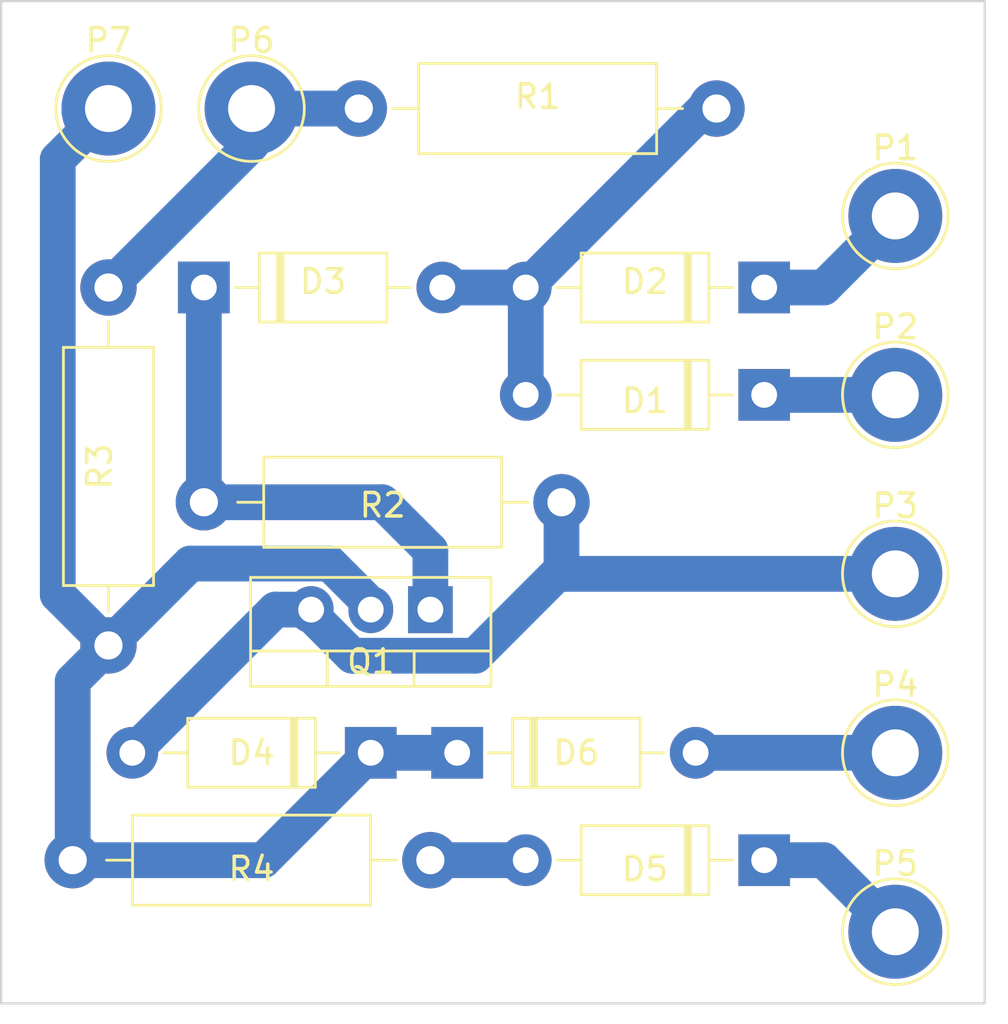
<source format=kicad_pcb>
(kicad_pcb (version 20211014) (generator pcbnew)
  (layers (0 "F.Cu" signal) (31 "B.Cu" signal) (34 "B.Paste" user) (35 "F.Paste" user) (36 "B.SilkS" user "B.Silkscreen") (37 "F.SilkS" user "F.Silkscreen") (38 "B.Mask" user) (39 "F.Mask" user) (44 "Edge.Cuts" user))
  (net 0 "")
  (net 1 "Net-(D1-Pad1)")
  (net 2 "Net-(D1-Pad2)")
  (net 3 "Net-(D2-Pad1)")
  (net 4 "Net-(D3-Pad1)")
  (net 5 "Net-(D4-Pad2)")
  (net 6 "Net-(D5-Pad1)")
  (net 7 "Net-(D5-Pad2)")
  (net 8 "Net-(D6-Pad2)")
  (net 9 "Net-(P6-Pad1)")
  (net 10 "Net-(D4-Pad1)")
  (footprint "Resistor_THT:R_Axial_DIN0411_L9.9mm_D3.6mm_P15.24mm_Horizontal" (layer "F.Cu") (at 100.584 56.388)
    (fp_text reference "R1" (at 7.62 -0.508) (layer "F.SilkS"))
    (fp_text value "1K")
    (fp_line (start 12.69 -1.92) (end 2.55 -1.92) (layer "F.SilkS") (width 0.12))
    (fp_line (start 13.8 0) (end 12.69 0) (layer "F.SilkS") (width 0.12))
    (fp_line (start 12.69 1.92) (end 12.69 -1.92) (layer "F.SilkS") (width 0.12))
    (fp_line (start 2.55 -1.92) (end 2.55 1.92) (layer "F.SilkS") (width 0.12))
    (fp_line (start 2.55 1.92) (end 12.69 1.92) (layer "F.SilkS") (width 0.12))
    (fp_line (start 1.44 0) (end 2.55 0) (layer "F.SilkS") (width 0.12))
    (pad "1" thru_hole circle (at 0 0) (size 2.4 2.4) (drill 1.2) (layers *.Cu *.Mask) (net 9 "Net-(P6-Pad1)"))
    (pad "2" thru_hole oval (at 15.24 0) (size 2.4 2.4) (drill 1.2) (layers *.Cu *.Mask) (net 2 "Net-(D1-Pad2)"))
  )
  (footprint "Package_TO_SOT_THT:TO-220-3_Vertical" (layer "F.Cu") (at 103.632 77.724 180)
    (fp_text reference "Q1" (at 2.54 -2.215) (layer "F.SilkS"))
    (fp_text value "IRF540N")
    (fp_line (start -2.58 -3.27) (end 7.66 -3.27) (layer "F.SilkS") (width 0.12))
    (fp_line (start 4.391 -3.27) (end 4.391 -1.76) (layer "F.SilkS") (width 0.12))
    (fp_line (start 7.66 -3.27) (end 7.66 1.371) (layer "F.SilkS") (width 0.12))
    (fp_line (start -2.58 -1.76) (end 7.66 -1.76) (layer "F.SilkS") (width 0.12))
    (fp_line (start -2.58 1.371) (end 7.66 1.371) (layer "F.SilkS") (width 0.12))
    (fp_line (start 0.69 -3.27) (end 0.69 -1.76) (layer "F.SilkS") (width 0.12))
    (fp_line (start -2.58 -3.27) (end -2.58 1.371) (layer "F.SilkS") (width 0.12))
    (pad "1" thru_hole rect (at 0 0 180) (size 1.905 2) (drill 1.1) (layers *.Cu *.Mask) (net 4 "Net-(D3-Pad1)"))
    (pad "2" thru_hole oval (at 2.54 0 180) (size 1.905 2) (drill 1.1) (layers *.Cu *.Mask) (net 10 "Net-(D4-Pad1)"))
    (pad "3" thru_hole oval (at 5.08 0 180) (size 1.905 2) (drill 1.1) (layers *.Cu *.Mask) (net 5 "Net-(D4-Pad2)"))
  )
  (footprint "Diode_THT:D_DO-41_SOD81_P10.16mm_Horizontal" (layer "F.Cu") (at 117.856 64.008 180)
    (fp_text reference "D2" (at 5.08 0.254) (layer "F.SilkS"))
    (fp_text value "1N4002")
    (fp_line (start 3.38 -1.47) (end 3.38 1.47) (layer "F.SilkS") (width 0.12))
    (fp_line (start 3.26 -1.47) (end 3.26 1.47) (layer "F.SilkS") (width 0.12))
    (fp_line (start 1.34 0) (end 2.36 0) (layer "F.SilkS") (width 0.12))
    (fp_line (start 7.8 1.47) (end 7.8 -1.47) (layer "F.SilkS") (width 0.12))
    (fp_line (start 2.36 -1.47) (end 2.36 1.47) (layer "F.SilkS") (width 0.12))
    (fp_line (start 7.8 -1.47) (end 2.36 -1.47) (layer "F.SilkS") (width 0.12))
    (fp_line (start 8.82 0) (end 7.8 0) (layer "F.SilkS") (width 0.12))
    (fp_line (start 2.36 1.47) (end 7.8 1.47) (layer "F.SilkS") (width 0.12))
    (fp_line (start 3.14 -1.47) (end 3.14 1.47) (layer "F.SilkS") (width 0.12))
    (pad "1" thru_hole rect (at 0 0 180) (size 2.2 2.2) (drill 1.1) (layers *.Cu *.Mask) (net 3 "Net-(D2-Pad1)"))
    (pad "2" thru_hole oval (at 10.16 0 180) (size 2.2 2.2) (drill 1.1) (layers *.Cu *.Mask) (net 2 "Net-(D1-Pad2)"))
  )
  (footprint "TestPoint:TestPoint_THTPad_D4.0mm_Drill2.0mm" (layer "F.Cu") (at 89.916 56.388)
    (fp_text reference "P7" (at 0 -2.898) (layer "F.SilkS"))
    (fp_text value "Starter")
    (fp_circle (center 0 0) (end 0 2.25) (layer "F.SilkS") (width 0.12) (fill none))
    (pad "1" thru_hole circle (at 0 0) (size 4 4) (drill 2) (layers *.Cu *.Mask) (net 10 "Net-(D4-Pad1)"))
  )
  (footprint "Resistor_THT:R_Axial_DIN0411_L9.9mm_D3.6mm_P15.24mm_Horizontal" (layer "F.Cu") (at 103.632 88.392 180)
    (fp_text reference "R4" (at 7.62 -0.381) (layer "F.SilkS"))
    (fp_text value "250")
    (fp_line (start 2.55 -1.92) (end 2.55 1.92) (layer "F.SilkS") (width 0.12))
    (fp_line (start 2.55 1.92) (end 12.69 1.92) (layer "F.SilkS") (width 0.12))
    (fp_line (start 1.44 0) (end 2.55 0) (layer "F.SilkS") (width 0.12))
    (fp_line (start 13.8 0) (end 12.69 0) (layer "F.SilkS") (width 0.12))
    (fp_line (start 12.69 -1.92) (end 2.55 -1.92) (layer "F.SilkS") (width 0.12))
    (fp_line (start 12.69 1.92) (end 12.69 -1.92) (layer "F.SilkS") (width 0.12))
    (pad "1" thru_hole circle (at 0 0 180) (size 2.4 2.4) (drill 1.2) (layers *.Cu *.Mask) (net 7 "Net-(D5-Pad2)"))
    (pad "2" thru_hole oval (at 15.24 0 180) (size 2.4 2.4) (drill 1.2) (layers *.Cu *.Mask) (net 10 "Net-(D4-Pad1)"))
  )
  (footprint "Resistor_THT:R_Axial_DIN0411_L9.9mm_D3.6mm_P15.24mm_Horizontal" (layer "F.Cu") (at 89.916 79.248 90)
    (fp_text reference "R3" (at 7.62 -0.381 90) (layer "F.SilkS"))
    (fp_text value "300")
    (fp_line (start 2.55 1.92) (end 12.69 1.92) (layer "F.SilkS") (width 0.12))
    (fp_line (start 12.69 -1.92) (end 2.55 -1.92) (layer "F.SilkS") (width 0.12))
    (fp_line (start 12.69 1.92) (end 12.69 -1.92) (layer "F.SilkS") (width 0.12))
    (fp_line (start 1.44 0) (end 2.55 0) (layer "F.SilkS") (width 0.12))
    (fp_line (start 2.55 -1.92) (end 2.55 1.92) (layer "F.SilkS") (width 0.12))
    (fp_line (start 13.8 0) (end 12.69 0) (layer "F.SilkS") (width 0.12))
    (pad "1" thru_hole circle (at 0 0 90) (size 2.4 2.4) (drill 1.2) (layers *.Cu *.Mask) (net 10 "Net-(D4-Pad1)"))
    (pad "2" thru_hole oval (at 15.24 0 90) (size 2.4 2.4) (drill 1.2) (layers *.Cu *.Mask) (net 9 "Net-(P6-Pad1)"))
  )
  (footprint "TestPoint:TestPoint_THTPad_D4.0mm_Drill2.0mm" (layer "F.Cu") (at 123.444 91.44)
    (fp_text reference "P5" (at 0 -2.898) (layer "F.SilkS"))
    (fp_text value "Green/Black")
    (fp_circle (center 0 0) (end 0 2.25) (layer "F.SilkS") (width 0.12) (fill none))
    (pad "1" thru_hole circle (at 0 0) (size 4 4) (drill 2) (layers *.Cu *.Mask) (net 6 "Net-(D5-Pad1)"))
  )
  (footprint "TestPoint:TestPoint_THTPad_D4.0mm_Drill2.0mm" (layer "F.Cu") (at 123.444 60.96)
    (fp_text reference "P1" (at 0 -2.898) (layer "F.SilkS"))
    (fp_text value "1")
    (fp_circle (center 0 0) (end 0 2.25) (layer "F.SilkS") (width 0.12) (fill none))
    (pad "1" thru_hole circle (at 0 0) (size 4 4) (drill 2) (layers *.Cu *.Mask) (net 3 "Net-(D2-Pad1)"))
  )
  (footprint "Diode_THT:D_DO-41_SOD81_P10.16mm_Horizontal" (layer "F.Cu") (at 93.98 64.008)
    (fp_text reference "D3" (at 5.08 -0.254) (layer "F.SilkS"))
    (fp_text value "1N4002")
    (fp_line (start 2.36 1.47) (end 7.8 1.47) (layer "F.SilkS") (width 0.12))
    (fp_line (start 7.8 -1.47) (end 2.36 -1.47) (layer "F.SilkS") (width 0.12))
    (fp_line (start 1.34 0) (end 2.36 0) (layer "F.SilkS") (width 0.12))
    (fp_line (start 3.14 -1.47) (end 3.14 1.47) (layer "F.SilkS") (width 0.12))
    (fp_line (start 3.38 -1.47) (end 3.38 1.47) (layer "F.SilkS") (width 0.12))
    (fp_line (start 3.26 -1.47) (end 3.26 1.47) (layer "F.SilkS") (width 0.12))
    (fp_line (start 2.36 -1.47) (end 2.36 1.47) (layer "F.SilkS") (width 0.12))
    (fp_line (start 7.8 1.47) (end 7.8 -1.47) (layer "F.SilkS") (width 0.12))
    (fp_line (start 8.82 0) (end 7.8 0) (layer "F.SilkS") (width 0.12))
    (pad "1" thru_hole rect (at 0 0) (size 2.2 2.2) (drill 1.1) (layers *.Cu *.Mask) (net 4 "Net-(D3-Pad1)"))
    (pad "2" thru_hole oval (at 10.16 0) (size 2.2 2.2) (drill 1.1) (layers *.Cu *.Mask) (net 2 "Net-(D1-Pad2)"))
  )
  (footprint "Resistor_THT:R_Axial_DIN0411_L9.9mm_D3.6mm_P15.24mm_Horizontal" (layer "F.Cu") (at 109.22 73.152 180)
    (fp_text reference "R2" (at 7.62 -0.127) (layer "F.SilkS"))
    (fp_text value "10K")
    (fp_line (start 1.44 0) (end 2.55 0) (layer "F.SilkS") (width 0.12))
    (fp_line (start 12.69 -1.92) (end 2.55 -1.92) (layer "F.SilkS") (width 0.12))
    (fp_line (start 13.8 0) (end 12.69 0) (layer "F.SilkS") (width 0.12))
    (fp_line (start 2.55 -1.92) (end 2.55 1.92) (layer "F.SilkS") (width 0.12))
    (fp_line (start 12.69 1.92) (end 12.69 -1.92) (layer "F.SilkS") (width 0.12))
    (fp_line (start 2.55 1.92) (end 12.69 1.92) (layer "F.SilkS") (width 0.12))
    (pad "1" thru_hole circle (at 0 0 180) (size 2.4 2.4) (drill 1.2) (layers *.Cu *.Mask) (net 5 "Net-(D4-Pad2)"))
    (pad "2" thru_hole oval (at 15.24 0 180) (size 2.4 2.4) (drill 1.2) (layers *.Cu *.Mask) (net 4 "Net-(D3-Pad1)"))
  )
  (footprint "Diode_THT:D_DO-41_SOD81_P10.16mm_Horizontal" (layer "F.Cu") (at 117.856 88.392 180)
    (fp_text reference "D5" (at 5.08 -0.381) (layer "F.SilkS"))
    (fp_text value "1N4002")
    (fp_line (start 2.36 1.47) (end 7.8 1.47) (layer "F.SilkS") (width 0.12))
    (fp_line (start 8.82 0) (end 7.8 0) (layer "F.SilkS") (width 0.12))
    (fp_line (start 3.38 -1.47) (end 3.38 1.47) (layer "F.SilkS") (width 0.12))
    (fp_line (start 7.8 -1.47) (end 2.36 -1.47) (layer "F.SilkS") (width 0.12))
    (fp_line (start 3.26 -1.47) (end 3.26 1.47) (layer "F.SilkS") (width 0.12))
    (fp_line (start 7.8 1.47) (end 7.8 -1.47) (layer "F.SilkS") (width 0.12))
    (fp_line (start 1.34 0) (end 2.36 0) (layer "F.SilkS") (width 0.12))
    (fp_line (start 3.14 -1.47) (end 3.14 1.47) (layer "F.SilkS") (width 0.12))
    (fp_line (start 2.36 -1.47) (end 2.36 1.47) (layer "F.SilkS") (width 0.12))
    (pad "1" thru_hole rect (at 0 0 180) (size 2.2 2.2) (drill 1.1) (layers *.Cu *.Mask) (net 6 "Net-(D5-Pad1)"))
    (pad "2" thru_hole oval (at 10.16 0 180) (size 2.2 2.2) (drill 1.1) (layers *.Cu *.Mask) (net 7 "Net-(D5-Pad2)"))
  )
  (footprint "TestPoint:TestPoint_THTPad_D4.0mm_Drill2.0mm" (layer "F.Cu") (at 123.444 76.2)
    (fp_text reference "P3" (at 0 -2.898) (layer "F.SilkS"))
    (fp_text value "Green")
    (fp_circle (center 0 0) (end 0 2.25) (layer "F.SilkS") (width 0.12) (fill none))
    (pad "1" thru_hole circle (at 0 0) (size 4 4) (drill 2) (layers *.Cu *.Mask) (net 5 "Net-(D4-Pad2)"))
  )
  (footprint "Diode_THT:D_DO-41_SOD81_P10.16mm_Horizontal" (layer "F.Cu") (at 101.092 83.82 180)
    (fp_text reference "D4" (at 5.08 0) (layer "F.SilkS"))
    (fp_text value "1N4002")
    (fp_line (start 8.82 0) (end 7.8 0) (layer "F.SilkS") (width 0.12))
    (fp_line (start 1.34 0) (end 2.36 0) (layer "F.SilkS") (width 0.12))
    (fp_line (start 3.26 -1.47) (end 3.26 1.47) (layer "F.SilkS") (width 0.12))
    (fp_line (start 7.8 -1.47) (end 2.36 -1.47) (layer "F.SilkS") (width 0.12))
    (fp_line (start 3.14 -1.47) (end 3.14 1.47) (layer "F.SilkS") (width 0.12))
    (fp_line (start 7.8 1.47) (end 7.8 -1.47) (layer "F.SilkS") (width 0.12))
    (fp_line (start 3.38 -1.47) (end 3.38 1.47) (layer "F.SilkS") (width 0.12))
    (fp_line (start 2.36 -1.47) (end 2.36 1.47) (layer "F.SilkS") (width 0.12))
    (fp_line (start 2.36 1.47) (end 7.8 1.47) (layer "F.SilkS") (width 0.12))
    (pad "1" thru_hole rect (at 0 0 180) (size 2.2 2.2) (drill 1.1) (layers *.Cu *.Mask) (net 10 "Net-(D4-Pad1)"))
    (pad "2" thru_hole oval (at 10.16 0 180) (size 2.2 2.2) (drill 1.1) (layers *.Cu *.Mask) (net 5 "Net-(D4-Pad2)"))
  )
  (footprint "TestPoint:TestPoint_THTPad_D4.0mm_Drill2.0mm" (layer "F.Cu") (at 123.444 83.82)
    (fp_text reference "P4" (at 0 -2.898) (layer "F.SilkS"))
    (fp_text value "Light Blue")
    (fp_circle (center 0 0) (end 0 2.25) (layer "F.SilkS") (width 0.12) (fill none))
    (pad "1" thru_hole circle (at 0 0) (size 4 4) (drill 2) (layers *.Cu *.Mask) (net 8 "Net-(D6-Pad2)"))
  )
  (footprint "Diode_THT:D_DO-41_SOD81_P10.16mm_Horizontal" (layer "F.Cu") (at 117.856 68.58 180)
    (fp_text reference "D1" (at 5.08 -0.254) (layer "F.SilkS"))
    (fp_text value "1N4002")
    (fp_line (start 3.38 -1.47) (end 3.38 1.47) (layer "F.SilkS") (width 0.12))
    (fp_line (start 2.36 -1.47) (end 2.36 1.47) (layer "F.SilkS") (width 0.12))
    (fp_line (start 8.82 0) (end 7.8 0) (layer "F.SilkS") (width 0.12))
    (fp_line (start 1.34 0) (end 2.36 0) (layer "F.SilkS") (width 0.12))
    (fp_line (start 3.26 -1.47) (end 3.26 1.47) (layer "F.SilkS") (width 0.12))
    (fp_line (start 3.14 -1.47) (end 3.14 1.47) (layer "F.SilkS") (width 0.12))
    (fp_line (start 2.36 1.47) (end 7.8 1.47) (layer "F.SilkS") (width 0.12))
    (fp_line (start 7.8 -1.47) (end 2.36 -1.47) (layer "F.SilkS") (width 0.12))
    (fp_line (start 7.8 1.47) (end 7.8 -1.47) (layer "F.SilkS") (width 0.12))
    (pad "1" thru_hole rect (at 0 0 180) (size 2.2 2.2) (drill 1.1) (layers *.Cu *.Mask) (net 1 "Net-(D1-Pad1)"))
    (pad "2" thru_hole oval (at 10.16 0 180) (size 2.2 2.2) (drill 1.1) (layers *.Cu *.Mask) (net 2 "Net-(D1-Pad2)"))
  )
  (footprint "TestPoint:TestPoint_THTPad_D4.0mm_Drill2.0mm" (layer "F.Cu") (at 96.012 56.388)
    (fp_text reference "P6" (at 0 -2.898) (layer "F.SilkS"))
    (fp_text value "12V")
    (fp_circle (center 0 0) (end 0 2.25) (layer "F.SilkS") (width 0.12) (fill none))
    (pad "1" thru_hole circle (at 0 0) (size 4 4) (drill 2) (layers *.Cu *.Mask) (net 9 "Net-(P6-Pad1)"))
  )
  (footprint "Diode_THT:D_DO-41_SOD81_P10.16mm_Horizontal" (layer "F.Cu") (at 104.775 83.82)
    (fp_text reference "D6" (at 5.08 0) (layer "F.SilkS"))
    (fp_text value "1N4002")
    (fp_line (start 3.26 -1.47) (end 3.26 1.47) (layer "F.SilkS") (width 0.12))
    (fp_line (start 7.8 -1.47) (end 2.36 -1.47) (layer "F.SilkS") (width 0.12))
    (fp_line (start 2.36 -1.47) (end 2.36 1.47) (layer "F.SilkS") (width 0.12))
    (fp_line (start 3.14 -1.47) (end 3.14 1.47) (layer "F.SilkS") (width 0.12))
    (fp_line (start 1.34 0) (end 2.36 0) (layer "F.SilkS") (width 0.12))
    (fp_line (start 3.38 -1.47) (end 3.38 1.47) (layer "F.SilkS") (width 0.12))
    (fp_line (start 7.8 1.47) (end 7.8 -1.47) (layer "F.SilkS") (width 0.12))
    (fp_line (start 8.82 0) (end 7.8 0) (layer "F.SilkS") (width 0.12))
    (fp_line (start 2.36 1.47) (end 7.8 1.47) (layer "F.SilkS") (width 0.12))
    (pad "1" thru_hole rect (at 0 0) (size 2.2 2.2) (drill 1.1) (layers *.Cu *.Mask) (net 10 "Net-(D4-Pad1)"))
    (pad "2" thru_hole oval (at 10.16 0) (size 2.2 2.2) (drill 1.1) (layers *.Cu *.Mask) (net 8 "Net-(D6-Pad2)"))
  )
  (footprint "TestPoint:TestPoint_THTPad_D4.0mm_Drill2.0mm" (layer "F.Cu") (at 123.444 68.58)
    (fp_text reference "P2" (at 0 -2.898) (layer "F.SilkS"))
    (fp_text value "2")
    (fp_circle (center 0 0) (end 0 2.25) (layer "F.SilkS") (width 0.12) (fill none))
    (pad "1" thru_hole circle (at 0 0) (size 4 4) (drill 2) (layers *.Cu *.Mask) (net 1 "Net-(D1-Pad1)"))
  )
  (gr_poly (pts (xy 127.254 94.488) (xy 85.344 94.488) (xy 85.344 51.816) (xy 127.254 51.816)) (layer "Edge.Cuts") (width 0.1) (fill none))
  (segment (start 117.856 68.58) (end 123.444 68.58) (width 1.524) (layer "B.Cu") (net 1))
  (segment (start 115.824 56.388) (end 115.316 56.388) (width 1.524) (layer "B.Cu") (net 2))
  (segment (start 115.316 56.388) (end 107.696 64.008) (width 1.524) (layer "B.Cu") (net 2))
  (segment (start 107.696 64.008) (end 107.696 68.58) (width 1.524) (layer "B.Cu") (net 2))
  (segment (start 107.696 64.008) (end 104.14 64.008) (width 1.524) (layer "B.Cu") (net 2))
  (segment (start 117.856 64.008) (end 120.396 64.008) (width 1.524) (layer "B.Cu") (net 3))
  (segment (start 120.396 64.008) (end 123.444 60.96) (width 1.524) (layer "B.Cu") (net 3))
  (segment (start 93.98 73.152) (end 101.584 73.152) (width 1.524) (layer "B.Cu") (net 4))
  (segment (start 101.584 73.152) (end 103.632 75.2) (width 1.524) (layer "B.Cu") (net 4))
  (segment (start 103.632 75.2) (end 103.632 77.724) (width 1.524) (layer "B.Cu") (net 4))
  (segment (start 93.98 64.008) (end 93.98 73.152) (width 1.524) (layer "B.Cu") (net 4))
  (segment (start 97.028 77.724) (end 90.932 83.82) (width 1.524) (layer "B.Cu") (net 5))
  (segment (start 109.22 76.011522) (end 109.408478 76.2) (width 1.524) (layer "B.Cu") (net 5))
  (segment (start 109.22 73.152) (end 109.22 76.011522) (width 1.524) (layer "B.Cu") (net 5))
  (segment (start 109.22 76.011522) (end 105.546002 79.68552) (width 1.524) (layer "B.Cu") (net 5))
  (segment (start 98.552 77.938333) (end 98.552 77.724) (width 1.524) (layer "B.Cu") (net 5))
  (segment (start 98.552 77.724) (end 97.028 77.724) (width 1.524) (layer "B.Cu") (net 5))
  (segment (start 109.408478 76.2) (end 123.444 76.2) (width 1.524) (layer "B.Cu") (net 5))
  (segment (start 100.299187 79.68552) (end 98.552 77.938333) (width 1.524) (layer "B.Cu") (net 5))
  (segment (start 105.546002 79.68552) (end 100.299187 79.68552) (width 1.524) (layer "B.Cu") (net 5))
  (segment (start 120.396 88.392) (end 123.444 91.44) (width 1.524) (layer "B.Cu") (net 6))
  (segment (start 117.856 88.392) (end 120.396 88.392) (width 1.524) (layer "B.Cu") (net 6))
  (segment (start 103.632 88.392) (end 107.696 88.392) (width 1.524) (layer "B.Cu") (net 7))
  (segment (start 114.935 83.82) (end 123.444 83.82) (width 1.524) (layer "B.Cu") (net 8))
  (segment (start 96.012 57.912) (end 89.916 64.008) (width 1.524) (layer "B.Cu") (net 9))
  (segment (start 96.012 56.388) (end 100.584 56.388) (width 1.524) (layer "B.Cu") (net 9))
  (segment (start 96.012 56.388) (end 96.012 57.912) (width 1.524) (layer "B.Cu") (net 9))
  (segment (start 87.754489 58.549511) (end 87.754489 77.086489) (width 1.524) (layer "B.Cu") (net 10))
  (segment (start 101.092 77.509667) (end 99.344813 75.76248) (width 1.524) (layer "B.Cu") (net 10))
  (segment (start 101.092 77.724) (end 101.092 77.509667) (width 1.524) (layer "B.Cu") (net 10))
  (segment (start 89.916 56.388) (end 87.754489 58.549511) (width 1.524) (layer "B.Cu") (net 10))
  (segment (start 88.392 80.772) (end 88.392 88.392) (width 1.524) (layer "B.Cu") (net 10))
  (segment (start 96.52 88.392) (end 88.392 88.392) (width 1.524) (layer "B.Cu") (net 10))
  (segment (start 101.092 83.82) (end 96.52 88.392) (width 1.524) (layer "B.Cu") (net 10))
  (segment (start 93.40152 75.76248) (end 89.916 79.248) (width 1.524) (layer "B.Cu") (net 10))
  (segment (start 89.916 79.248) (end 88.392 80.772) (width 1.524) (layer "B.Cu") (net 10))
  (segment (start 99.344813 75.76248) (end 93.40152 75.76248) (width 1.524) (layer "B.Cu") (net 10))
  (segment (start 104.775 83.82) (end 101.092 83.82) (width 1.524) (layer "B.Cu") (net 10))
  (segment (start 87.754489 77.086489) (end 89.916 79.248) (width 1.524) (layer "B.Cu") (net 10))
)
</source>
